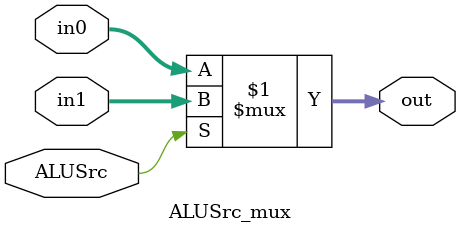
<source format=v>
`timescale 1ns / 1ps

module ALUSrc_mux(
input [31:0] in0,
input [31:0] in1,
input ALUSrc,
output [31:0] out
);
    assign out = (ALUSrc)? in1: in0;
endmodule
</source>
